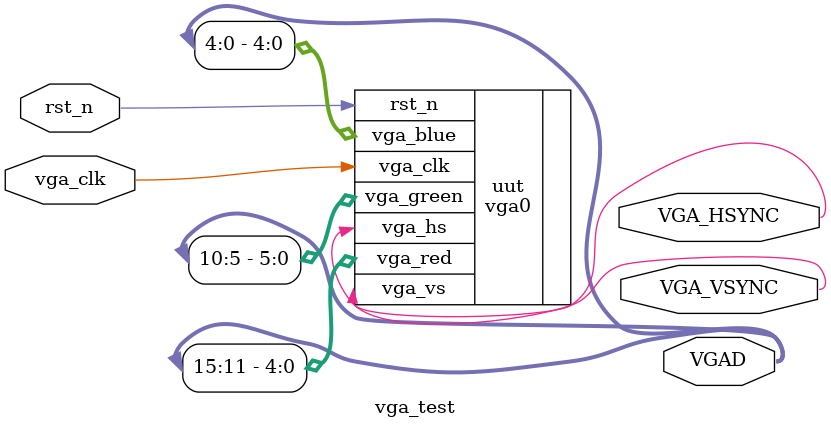
<source format=v>
module vga_test 
(
	input vga_clk,
	input rst_n,
	output VGA_HSYNC,
	output VGA_VSYNC,
	output [15:0] VGAD
);
vga0 uut (
   .rst_n(rst_n),
	.vga_clk(vga_clk),
	.vga_hs(VGA_HSYNC),
	.vga_vs(VGA_VSYNC),
	.vga_red(VGAD[15:11]),
	.vga_green(VGAD[10:5]),
	.vga_blue(VGAD[4:0])
);
//
endmodule 
</source>
